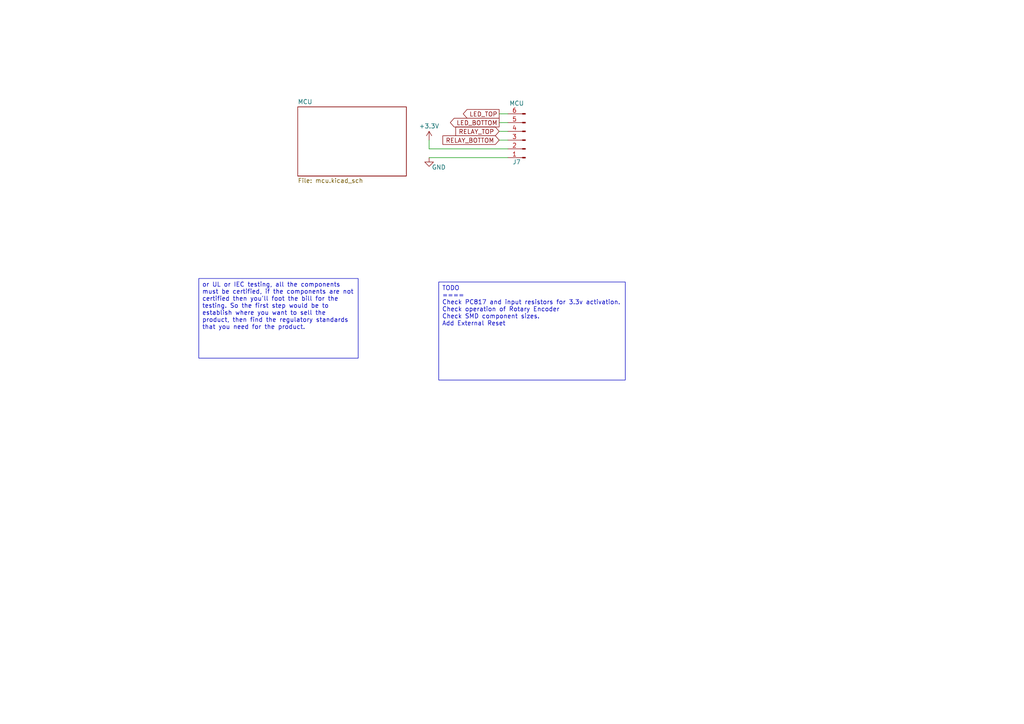
<source format=kicad_sch>
(kicad_sch (version 20230121) (generator eeschema)
  (paper "A4")
  (lib_symbols
    (symbol "Connector:Conn_01x06_Pin" (pin_names (offset 1.016) hide)
      (property "Reference" "J" (at 0 7.62 0))
      (property "Value" "Conn_01x06_Pin" (at 0 -10.16 0))
      (symbol "Conn_01x06_Pin_1_1"
        (polyline (pts (xy 1.27 -7.62) (xy 0.8636 -7.62)) (stroke (width 0.1524)))
        (polyline (pts (xy 1.27 -5.08) (xy 0.8636 -5.08)) (stroke (width 0.1524)))
        (polyline (pts (xy 1.27 -2.54) (xy 0.8636 -2.54)) (stroke (width 0.1524)))
        (polyline (pts (xy 1.27 0) (xy 0.8636 0)) (stroke (width 0.1524)))
        (polyline (pts (xy 1.27 2.54) (xy 0.8636 2.54)) (stroke (width 0.1524)))
        (polyline (pts (xy 1.27 5.08) (xy 0.8636 5.08)) (stroke (width 0.1524)))
        (rectangle (start 0.8636 -7.493) (end 0 -7.747) (stroke (width 0.1524)) (fill (type outline)))
        (rectangle (start 0.8636 -4.953) (end 0 -5.207) (stroke (width 0.1524)) (fill (type outline)))
        (rectangle (start 0.8636 -2.413) (end 0 -2.667) (stroke (width 0.1524)) (fill (type outline)))
        (rectangle (start 0.8636 0.127) (end 0 -0.127) (stroke (width 0.1524)) (fill (type outline)))
        (rectangle (start 0.8636 2.667) (end 0 2.413) (stroke (width 0.1524)) (fill (type outline)))
        (rectangle (start 0.8636 5.207) (end 0 4.953) (stroke (width 0.1524)) (fill (type outline)))
        (pin passive line (at 5.08 5.08 180) (length 3.81) (name "Pin_1") (number "1"))
        (pin passive line (at 5.08 2.54 180) (length 3.81) (name "Pin_2") (number "2"))
        (pin passive line (at 5.08 0 180) (length 3.81) (name "Pin_3") (number "3"))
        (pin passive line (at 5.08 -2.54 180) (length 3.81) (name "Pin_4") (number "4"))
        (pin passive line (at 5.08 -5.08 180) (length 3.81) (name "Pin_5") (number "5"))
        (pin passive line (at 5.08 -7.62 180) (length 3.81) (name "Pin_6") (number "6"))
      )
    )
    (symbol "power:+3.3V" (power) (pin_names (offset 0))
      (property "Value" "+3.3V" (at 0 3.556 0))
      (symbol "+3.3V_0_1"
        (polyline (pts (xy -0.762 1.27) (xy 0 2.54)))
        (polyline (pts (xy 0 0) (xy 0 2.54)))
        (polyline (pts (xy 0 2.54) (xy 0.762 1.27)))
      )
      (symbol "+3.3V_1_1"
        (pin power_in line (at 0 0 90) (length 0) hide (name "+3.3V") (number "1"))
      )
    )
    (symbol "power:GND" (power) (pin_names (offset 0))
      (property "Value" "GND" (at 0 -3.81 0))
      (symbol "GND_0_1"
        (polyline (pts (xy 0 0) (xy 0 -1.27) (xy 1.27 -1.27) (xy 0 -2.54) (xy -1.27 -1.27) (xy 0 -1.27)))
      )
      (symbol "GND_1_1"
        (pin power_in line (at 0 0 270) (length 0) hide (name "GND") (number "1"))
      )
    )
  )
  (wire (pts (xy 144.78 33.02) (xy 147.32 33.02)))
  (wire (pts (xy 144.78 40.64) (xy 147.32 40.64)))
  (wire (pts (xy 144.78 35.56) (xy 147.32 35.56)))
  (wire (pts (xy 144.78 38.1) (xy 147.32 38.1)))
  (wire (pts (xy 124.46 45.72) (xy 147.32 45.72)))
  (wire (pts (xy 124.46 43.18) (xy 147.32 43.18)))
  (wire (pts (xy 124.46 40.64) (xy 124.46 43.18)))
  (text_box "or UL or IEC testing, all the components must be certified, if the components are not certified then you'll foot the bill for the testing. So the first step would be to establish where you want to sell the product, then find the regulatory standards that you need for the product." (at 57.658 80.772 0) (size 46.228 23.114) (effects (font (size 1.27 1.27)) (justify left top)))
  (text_box "TODO\n====\nCheck PC817 and input resistors for 3.3v activation.\nCheck operation of Rotary Encoder\nCheck SMD component sizes.\nAdd External Reset\n" (at 127.254 81.788 0) (size 54.102 28.448) (effects (font (size 1.27 1.27)) (justify left top)))
  (global_label "RELAY_TOP" (shape input) (at 144.78 38.1 180) (property "Intersheetrefs" "${INTERSHEET_REFS}" (effects hide)))
  (global_label "LED_TOP" (shape output) (at 144.78 33.02 180) (property "Intersheetrefs" "${INTERSHEET_REFS}" (effects hide)))
  (global_label "LED_BOTTOM" (shape output) (at 144.78 35.56 180) (property "Intersheetrefs" "${INTERSHEET_REFS}" (effects hide)))
  (global_label "RELAY_BOTTOM" (shape input) (at 144.78 40.64 180) (property "Intersheetrefs" "${INTERSHEET_REFS}" (effects hide)))
  (symbol (lib_id "power:+3.3V") (at 124.46 40.64 0) (unit 1)
    (property "Reference" "#PWR01" (effects hide))
    (property "Value" "+3.3V" (at 124.46 36.576 0))
  )
  (symbol (lib_id "Connector:Conn_01x06_Pin") (at 152.4 40.64 180) (unit 1)
    (property "Reference" "J7" (at 149.86 46.99 0))
    (property "Value" "MCU" (at 149.86 29.972 0))
    (property "Footprint" "Connector_PinHeader_2.54mm:PinHeader_1x06_P2.54mm_Horizontal" (effects hide))
  )
  (symbol (lib_id "power:GND") (at 124.46 45.72 0) (unit 1)
    (property "Reference" "#PWR02" (effects hide))
    (property "Value" "GND" (at 125.222 48.514 0) (effects (justify left)))
  )
  (sheet (at 86.36 30.988) (size 31.496 20.066) (stroke (width 0.1524))
    (property "Sheetname" "MCU" (at 86.36 30.2764 0) (effects (justify left bottom)))
    (property "Sheetfile" "mcu.kicad_sch" (at 86.36 51.6386 0) (effects (justify left top)))
  )
)
</source>
